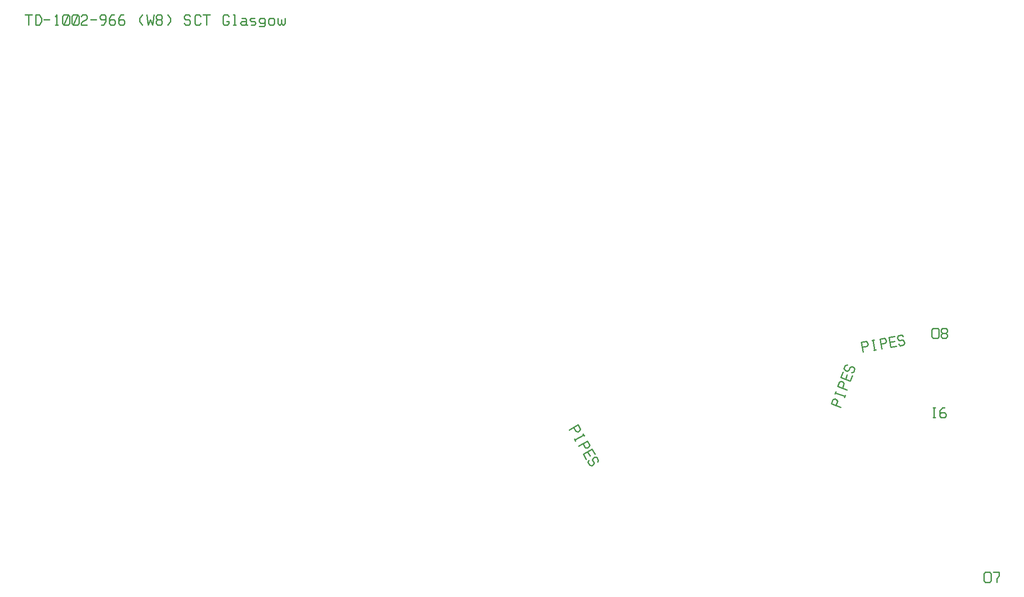
<source format=gbr>
*
G4_C Author: OrCAD GerbTool(tm) 8.1.1 Thu Jun 19 00:37:16 2003*
%LPD*%
%LNsilkscreen*%
%FSLAX34Y34*%
%MOIN*%
%AD*%
%AMD25R98*
20,1,0.025000,0.000000,-0.035000,0.000000,0.035000,98.600000*
%
%AMD10R98*
20,1,0.050000,-0.025000,0.000000,0.025000,0.000000,98.600000*
%
%AMD25R98N2*
20,1,0.025000,0.000000,-0.035000,0.000000,0.035000,98.600000*
%
%AMD10R98N2*
20,1,0.050000,-0.025000,0.000000,0.025000,0.000000,98.600000*
%
%AMD25R86*
20,1,0.025000,0.000000,-0.035000,0.000000,0.035000,86.080000*
%
%AMD10R86*
20,1,0.050000,-0.025000,0.000000,0.025000,0.000000,86.080000*
%
%AMD16R5*
20,1,0.025000,-0.035000,0.000000,0.035000,0.000000,5.450000*
%
%AMD10R5*
20,1,0.050000,-0.025000,0.000000,0.025000,0.000000,5.450000*
%
%AMD16R5N2*
20,1,0.025000,-0.035000,0.000000,0.035000,0.000000,5.450000*
%
%AMD10R5N2*
20,1,0.050000,-0.025000,0.000000,0.025000,0.000000,5.450000*
%
%AMD32R3*
20,1,0.025000,0.034920,-0.002390,-0.034920,0.002390,3.950000*
%
%AMD33R3*
20,1,0.050000,-0.001710,-0.024940,0.001710,0.024940,3.950000*
%
%AMD32R3N2*
20,1,0.025000,0.034920,-0.002390,-0.034920,0.002390,3.910000*
%
%AMD33R3N2*
20,1,0.050000,-0.001710,-0.024940,0.001710,0.024940,3.910000*
%
%AMD32R3N3*
20,1,0.025000,0.034920,-0.002390,-0.034920,0.002390,3.920000*
%
%AMD33R3N3*
20,1,0.050000,-0.001710,-0.024940,0.001710,0.024940,3.920000*
%
%AMD29R80*
20,1,0.022000,0.000000,-0.040000,0.000000,0.040000,80.000000*
%
%AMD54R80*
20,1,0.050000,-0.025000,0.000000,0.025000,0.000000,80.000000*
%
%AMD57R20*
20,1,0.022000,0.039390,-0.006950,-0.039390,0.006950,20.000000*
%
%AMD58R20*
20,1,0.050000,-0.004340,-0.024620,0.004340,0.024620,20.000000*
%
%AMD29R100*
20,1,0.022000,0.000000,-0.040000,0.000000,0.040000,100.000000*
%
%AMD54R100*
20,1,0.050000,-0.025000,0.000000,0.025000,0.000000,100.000000*
%
%AMD29R106*
20,1,0.022000,0.000000,-0.040000,0.000000,0.040000,106.600000*
%
%AMD54R106*
20,1,0.050000,-0.025000,0.000000,0.025000,0.000000,106.600000*
%
%ADD10R,0.050000X0.050000*%
%ADD11C,0.006000*%
%ADD12C,0.019000*%
%ADD13C,0.007900*%
%ADD14C,0.005000*%
%ADD15C,0.000800*%
%ADD16R,0.070000X0.025000*%
%ADD17R,0.068000X0.023000*%
%ADD18C,0.006000*%
%ADD19C,0.009800*%
%ADD20C,0.010000*%
%ADD21C,0.030000*%
%ADD22C,0.060000*%
%ADD23C,0.035000*%
%ADD24C,0.055000*%
%ADD25R,0.025000X0.070000*%
%ADD26C,0.010000*%
%ADD27R,0.029000X0.058000*%
%ADD28R,0.031000X0.060000*%
%ADD29R,0.022000X0.080000*%
%ADD30R,0.024000X0.082000*%
%ADD31D10R98N2*%
%ADD32D25R86*%
%ADD33D10R86*%
%ADD34D16R5*%
%ADD35D10R5*%
%ADD36D16R5N2*%
%ADD37D10R5N2*%
%ADD38D25R98N2*%
%ADD39D10R98N2*%
%ADD40D25R86*%
%ADD41D10R86*%
%ADD42D16R5*%
%ADD43D10R5*%
%ADD44D16R5N2*%
%ADD45D10R5N2*%
%ADD46D32R3*%
%ADD47D33R3*%
%ADD48R,0.070000X0.025000*%
%ADD49D33R3N2*%
%ADD50C,0.011000*%
%ADD51C,0.036000*%
%ADD52C,0.015000*%
%ADD53R,0.070000X0.025000*%
%ADD54R,0.050000X0.050000*%
%ADD55C,0.010000*%
%ADD56C,0.010000*%
%ADD57D29R80*%
%ADD58D54R80*%
%ADD59D57R20*%
%ADD60D58R20*%
%ADD61D29R100*%
%ADD62D54R100*%
%ADD63D29R106*%
%ADD64D54R106*%
%ADD256R,0.058000X0.029000*%
G4_C OrCAD GerbTool Tool List *
G4_D50 1 0.0110 T 0 0*
G4_D51 3 0.0360 T 0 0*
G4_D52 2 0.0150 T 0 0*
G54D20*
G1X16749Y56852D2*
G1X16749Y56102D1*
G1X16486Y56852D2*
G1X17011Y56852D1*
G1X17536Y56852D2*
G1X17711Y56602D1*
G1X17711Y56352D1*
G1X17536Y56102D1*
G1X17274Y56852D2*
G1X17274Y56102D1*
G1X17274Y56852D2*
G1X17536Y56852D1*
G1X17536Y56102D2*
G1X17274Y56102D1*
G1X17886Y56477D2*
G1X18324Y56477D1*
G1X18849Y56852D2*
G1X18849Y56102D1*
G1X18761Y56102D2*
G1X18936Y56102D1*
G1X18849Y56852D2*
G1X18761Y56727D1*
G1X19374Y56852D2*
G1X19724Y56852D1*
G1X19811Y56727D1*
G1X19811Y56227D1*
G1X19724Y56102D1*
G1X19374Y56102D1*
G1X19286Y56227D1*
G1X19286Y56727D1*
G1X19374Y56852D1*
G1X19724Y56852D2*
G1X19374Y56102D1*
G1X20074Y56852D2*
G1X20424Y56852D1*
G1X20511Y56727D1*
G1X20511Y56227D1*
G1X20424Y56102D1*
G1X20074Y56102D1*
G1X19986Y56227D1*
G1X19986Y56727D1*
G1X20074Y56852D1*
G1X20424Y56852D2*
G1X20074Y56102D1*
G1X20686Y56727D2*
G1X20774Y56852D1*
G1X21036Y56852D1*
G1X21124Y56727D1*
G1X21124Y56602D1*
G1X21036Y56477D1*
G1X20774Y56352D1*
G1X20686Y56227D1*
G1X20686Y56102D1*
G1X21124Y56102D1*
G1X21386Y56477D2*
G1X21824Y56477D1*
G1X22436Y56477D2*
G1X22174Y56477D1*
G1X22086Y56602D1*
G1X22086Y56727D1*
G1X22174Y56852D1*
G1X22436Y56852D1*
G1X22524Y56727D1*
G1X22524Y56352D1*
G1X22349Y56102D1*
G1X22174Y56102D1*
G1X22436Y56477D2*
G1X22524Y56602D1*
G1X23136Y56852D2*
G1X22961Y56852D1*
G1X22786Y56602D1*
G1X22786Y56227D1*
G1X22874Y56102D1*
G1X23136Y56102D1*
G1X23224Y56227D1*
G1X23224Y56352D1*
G1X23136Y56477D1*
G1X22874Y56477D1*
G1X22786Y56352D1*
G1X23836Y56852D2*
G1X23661Y56852D1*
G1X23486Y56602D1*
G1X23486Y56227D1*
G1X23574Y56102D1*
G1X23836Y56102D1*
G1X23924Y56227D1*
G1X23924Y56352D1*
G1X23836Y56477D1*
G1X23574Y56477D1*
G1X23486Y56352D1*
G1X25236Y56852D2*
G1X25061Y56602D1*
G1X25061Y56352D1*
G1X25236Y56102D1*
G1X25586Y56852D2*
G1X25674Y56102D1*
G1X25849Y56477D1*
G1X26024Y56102D1*
G1X26111Y56852D1*
G1X26374Y56852D2*
G1X26636Y56852D1*
G1X26724Y56727D1*
G1X26724Y56602D1*
G1X26636Y56477D1*
G1X26724Y56352D1*
G1X26724Y56227D1*
G1X26636Y56102D1*
G1X26374Y56102D1*
G1X26286Y56227D1*
G1X26286Y56352D1*
G1X26374Y56477D1*
G1X26286Y56602D1*
G1X26286Y56727D1*
G1X26374Y56852D1*
G1X26374Y56477D2*
G1X26636Y56477D1*
G1X27161Y56852D2*
G1X27336Y56602D1*
G1X27336Y56352D1*
G1X27161Y56102D1*
G1X28824Y56727D2*
G1X28736Y56852D1*
G1X28474Y56852D1*
G1X28386Y56727D1*
G1X28386Y56602D1*
G1X28824Y56352D2*
G1X28824Y56227D1*
G1X28736Y56102D1*
G1X28474Y56102D1*
G1X28386Y56227D1*
G1X28386Y56602D2*
G1X28474Y56477D1*
G1X28736Y56477D1*
G1X28824Y56352D1*
G1X29611Y56727D2*
G1X29524Y56852D1*
G1X29261Y56852D1*
G1X29261Y56102D2*
G1X29524Y56102D1*
G1X29611Y56227D1*
G1X29174Y56727D2*
G1X29174Y56227D1*
G1X29261Y56852D2*
G1X29174Y56727D1*
G1X29174Y56227D2*
G1X29261Y56102D1*
G1X30049Y56852D2*
G1X30049Y56102D1*
G1X29786Y56852D2*
G1X30311Y56852D1*
G1X31711Y56727D2*
G1X31624Y56852D1*
G1X31361Y56852D1*
G1X31711Y56352D2*
G1X31536Y56352D1*
G1X31361Y56852D2*
G1X31274Y56727D1*
G1X31274Y56227D1*
G1X31361Y56102D1*
G1X31711Y56352D2*
G1X31711Y56227D1*
G1X31624Y56102D1*
G1X31361Y56102D1*
G1X32149Y56852D2*
G1X32149Y56102D1*
G1X32149Y56852D2*
G1X32061Y56852D1*
G1X32061Y56102D2*
G1X32236Y56102D1*
G1X32674Y56602D2*
G1X32936Y56602D1*
G1X33024Y56477D1*
G1X33024Y56102D1*
G1X33111Y56102D1*
G1X32674Y56352D2*
G1X32586Y56227D1*
G1X32674Y56102D1*
G1X32674Y56352D2*
G1X33024Y56352D1*
G1X33024Y56227D2*
G1X32936Y56102D1*
G1X32674Y56102D1*
G1X33374Y56602D2*
G1X33286Y56477D1*
G1X33374Y56352D1*
G1X33636Y56352D1*
G1X33724Y56227D1*
G1X33636Y56102D1*
G1X33374Y56602D2*
G1X33636Y56602D1*
G1X33374Y56102D2*
G1X33636Y56102D1*
G1X34074Y56602D2*
G1X33986Y56477D1*
G1X33986Y56352D1*
G1X34074Y56227D1*
G1X34336Y55977D2*
G1X33986Y55977D1*
G1X34424Y56102D2*
G1X34336Y55977D1*
G1X34074Y56227D2*
G1X34336Y56227D1*
G1X34424Y56352D1*
G1X34074Y56602D2*
G1X34336Y56602D1*
G1X34424Y56477D1*
G1X34424Y56102D1*
G1X34774Y56602D2*
G1X35036Y56602D1*
G1X35124Y56477D1*
G1X35124Y56227D1*
G1X35036Y56102D1*
G1X34774Y56102D1*
G1X34686Y56227D1*
G1X34686Y56477D1*
G1X34774Y56602D1*
G1X35386Y56602D2*
G1X35386Y56227D1*
G1X35474Y56102D1*
G1X35561Y56102D1*
G1X35649Y56227D1*
G1X35649Y56477D1*
G1X35649Y56227D2*
G1X35736Y56102D1*
G1X35824Y56102D1*
G1X35911Y56227D1*
G1X35911Y56602D1*
G1X84350Y33406D2*
G1X84262Y33281D1*
G1X84262Y32781D1*
G1X84350Y32656D1*
G1X84700Y32656D1*
G1X84787Y32781D1*
G1X84787Y33281D1*
G1X84700Y33406D1*
G1X84350Y33406D1*
G1X85050Y33406D2*
G1X85312Y33406D1*
G1X85400Y33281D1*
G1X85400Y33156D1*
G1X85312Y33031D1*
G1X85400Y32906D1*
G1X85400Y32781D1*
G1X85312Y32656D1*
G1X85050Y32656D1*
G1X84962Y32781D1*
G1X84962Y32906D1*
G1X85050Y33031D1*
G1X84962Y33156D1*
G1X84962Y33281D1*
G1X85050Y33406D1*
G1X85050Y33031D2*
G1X85312Y33031D1*
G1X88232Y15157D2*
G1X88144Y15032D1*
G1X88144Y14532D1*
G1X88232Y14407D1*
G1X88582Y14407D1*
G1X88669Y14532D1*
G1X88669Y15032D1*
G1X88582Y15157D1*
G1X88232Y15157D1*
G1X88844Y15157D2*
G1X89282Y15157D1*
G1X89282Y14907D1*
G1X89107Y14657D1*
G1X89107Y14407D1*
G1X84423Y27463D2*
G1X84423Y26713D1*
G1X84335Y27463D2*
G1X84510Y27463D1*
G1X84510Y26713D2*
G1X84335Y26713D1*
G1X85210Y27463D2*
G1X85035Y27463D1*
G1X84860Y27213D1*
G1X84860Y26838D1*
G1X84948Y26713D1*
G1X85210Y26713D1*
G1X85298Y26838D1*
G1X85298Y26963D1*
G1X85210Y27088D1*
G1X84948Y27088D1*
G1X84860Y26963D1*
G1X57973Y25874D2*
G1X57908Y25736D1*
G1X57800Y25674D1*
G1X57648Y25687D1*
G1X57798Y26177D2*
G1X57148Y25802D1*
G1X57973Y25874D2*
G1X57798Y26177D1*
G1X57648Y25687D2*
G1X57473Y25990D1*
G1X58235Y25420D2*
G1X57586Y25045D1*
G1X58192Y25495D2*
G1X58279Y25344D1*
G1X57630Y24969D2*
G1X57542Y25120D1*
G1X58673Y24662D2*
G1X58608Y24524D1*
G1X58500Y24461D1*
G1X58348Y24474D1*
G1X58498Y24965D2*
G1X57848Y24590D1*
G1X58673Y24662D2*
G1X58498Y24965D1*
G1X58348Y24474D2*
G1X58173Y24778D1*
G1X58848Y24359D2*
G1X58198Y23984D1*
G1X58848Y24359D2*
G1X59067Y23980D1*
G1X58198Y23984D2*
G1X58417Y23605D1*
G1X58523Y24171D2*
G1X58698Y23868D1*
G1X59265Y23387D2*
G1X59329Y23525D1*
G1X59198Y23753D1*
G1X59046Y23766D1*
G1X58938Y23703D1*
G1X58940Y23199D2*
G1X58832Y23137D1*
G1X58680Y23150D1*
G1X58548Y23378D1*
G1X58613Y23516D1*
G1X58938Y23703D2*
G1X58873Y23565D1*
G1X59004Y23338D1*
G1X58940Y23199D1*
G1X76856Y28074D2*
G1X77003Y28114D1*
G1X77120Y28071D1*
G1X77208Y27946D1*
G1X76736Y27746D2*
G1X77441Y27489D1*
G1X76856Y28074D2*
G1X76736Y27746D1*
G1X77208Y27946D2*
G1X77088Y27617D1*
G1X77035Y28568D2*
G1X77740Y28311D1*
G1X77005Y28486D2*
G1X77065Y28650D1*
G1X77770Y28394D2*
G1X77710Y28229D1*
G1X77334Y29390D2*
G1X77482Y29430D1*
G1X77599Y29387D1*
G1X77687Y29262D1*
G1X77215Y29061D2*
G1X77919Y28805D1*
G1X77334Y29390D2*
G1X77215Y29061D1*
G1X77687Y29262D2*
G1X77567Y28933D1*
G1X77454Y29719D2*
G1X78159Y29462D1*
G1X77454Y29719D2*
G1X77604Y30130D1*
G1X78159Y29462D2*
G1X78309Y29874D1*
G1X77807Y29591D2*
G1X77926Y29920D1*
G1X77931Y30663D2*
G1X77783Y30623D1*
G1X77694Y30377D1*
G1X77781Y30252D1*
G1X77899Y30209D1*
G1X78283Y30535D2*
G1X78401Y30492D1*
G1X78488Y30367D1*
G1X78398Y30120D1*
G1X78251Y30081D1*
G1X77899Y30209D2*
G1X78046Y30248D1*
G1X78136Y30495D1*
G1X78283Y30535D1*
G1X79337Y32421D2*
G1X79444Y32313D1*
G1X79466Y32190D1*
G1X79402Y32052D1*
G1X78992Y32360D2*
G1X79122Y31622D1*
G1X79337Y32421D2*
G1X78992Y32360D1*
G1X79402Y32052D2*
G1X79057Y31991D1*
G1X79854Y32512D2*
G1X79984Y31773D1*
G1X79767Y32497D2*
G1X79940Y32527D1*
G1X80070Y31789D2*
G1X79898Y31758D1*
G1X80715Y32664D2*
G1X80823Y32556D1*
G1X80845Y32433D1*
G1X80780Y32295D1*
G1X80371Y32603D2*
G1X80501Y31865D1*
G1X80715Y32664D2*
G1X80371Y32603D1*
G1X80780Y32295D2*
G1X80436Y32234D1*
G1X81060Y32725D2*
G1X81190Y31986D1*
G1X81060Y32725D2*
G1X81491Y32801D1*
G1X81190Y31986D2*
G1X81621Y32062D1*
G1X81125Y32356D2*
G1X81470Y32416D1*
G1X82116Y32784D2*
G1X82008Y32892D1*
G1X81749Y32846D1*
G1X81685Y32708D1*
G1X81707Y32585D1*
G1X82181Y32415D2*
G1X82203Y32292D1*
G1X82138Y32153D1*
G1X81880Y32108D1*
G1X81772Y32216D1*
G1X81707Y32585D2*
G1X81814Y32477D1*
G1X82073Y32523D1*
G1X82181Y32415D1*
M2*

</source>
